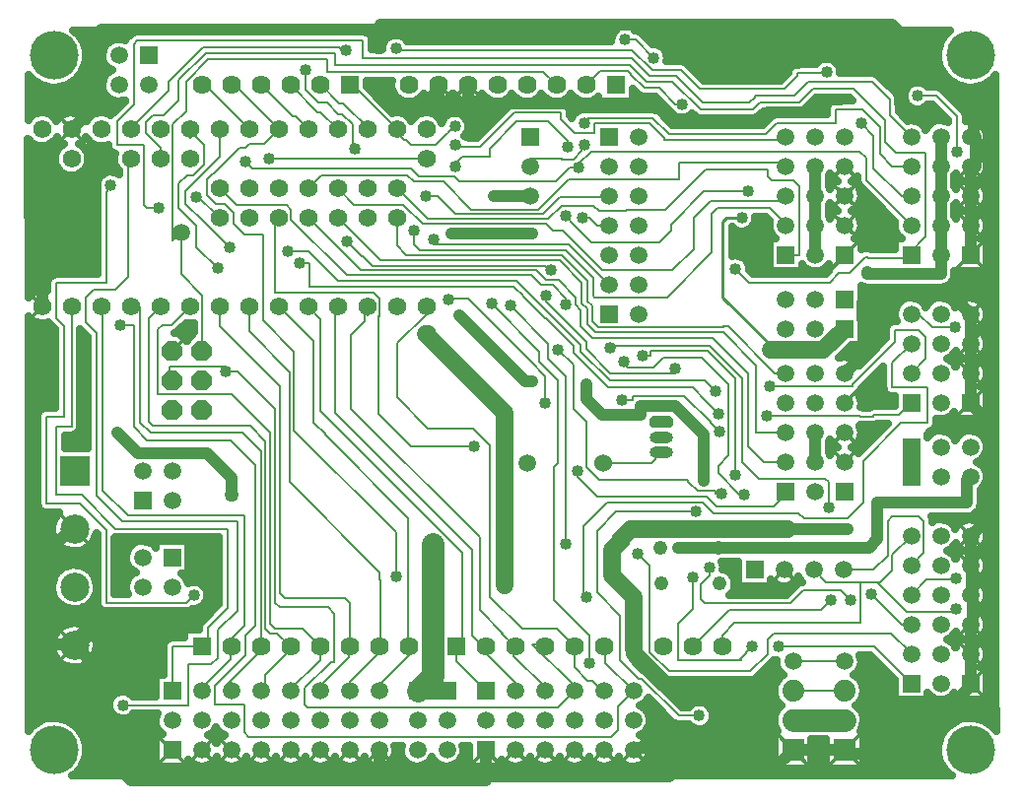
<source format=gbl>
G04 DipTrace Beta 2.3.5.2*
%INTeensyDuinoV001-wide.gbl*%
%MOIN*%
%ADD13C,0.04*%
%ADD15C,0.06*%
%ADD16C,0.01*%
%ADD17C,0.008*%
%ADD19C,0.055*%
%ADD20C,0.03*%
%ADD22C,0.075*%
%ADD23C,0.0591*%
%ADD24C,0.05*%
%ADD26C,0.025*%
%ADD27C,0.013*%
%ADD33R,0.0591X0.0591*%
%ADD34C,0.0591*%
%ADD37R,0.0984X0.0984*%
%ADD38C,0.0984*%
%ADD39R,0.0638X0.0638*%
%ADD40C,0.0638*%
%ADD42R,0.074X0.074*%
%ADD43C,0.074*%
%ADD46O,0.0787X0.0394*%
%ADD47C,0.0489*%
%ADD50C,0.0619*%
%ADD56C,0.165*%
%FSLAX44Y44*%
G04*
G70*
G90*
G75*
G01*
%LNBottom*%
%LPD*%
X35430Y26190D2*
D13*
Y25190D1*
Y24190D1*
Y23190D1*
Y22190D1*
X27420Y14540D2*
Y16110D1*
X26440Y17090D1*
X25282D1*
Y16780D1*
X23980D1*
X23440Y17320D1*
Y17830D1*
X27899Y12280D2*
X26540D1*
X19140Y20160D2*
X21390Y17910D1*
X21600D1*
X21610Y22910D2*
X18870D1*
X35430Y22190D2*
Y21540D1*
X32960D1*
Y21600D1*
X27899Y12280D2*
X33000D1*
X33290Y12570D1*
Y13800D1*
X36310D1*
Y14570D1*
X36430Y14690D1*
X11440Y14080D2*
Y14640D1*
X10610Y15470D1*
X8290D1*
X7580Y16180D1*
X21530Y24190D2*
X20310D1*
X34430Y22190D2*
D17*
X34300D1*
X34925Y22815D1*
Y25650D1*
X33905D1*
X33540Y26015D1*
Y26750D1*
X32470Y27820D1*
X31100D1*
X30630Y27350D1*
X29320D1*
X29080Y27110D1*
X27310D1*
X26360Y28060D1*
X25480D1*
X24910Y28630D1*
X14962D1*
Y29030D1*
X10580D1*
X9660Y28110D1*
Y27430D1*
X9150Y26920D1*
X8790D1*
X8540Y26670D1*
Y26310D1*
X9050Y25800D1*
Y25440D1*
X9030D1*
X34430Y22190D2*
Y22090D1*
X32970D1*
Y22120D1*
X32880D1*
X32330Y21570D1*
X31990D1*
X31670Y21250D1*
X28950D1*
X28490Y21710D1*
X23190Y25140D2*
Y25270D1*
X23610Y25690D1*
X32688D1*
X32913Y25465D1*
Y24707D1*
X34430Y23190D1*
X24200D2*
X23810D1*
X23550Y23450D1*
X23310D1*
X23190Y25140D2*
X22870D1*
X22420Y24690D1*
X19150D1*
X18980Y24860D1*
X17780D1*
X17520Y25120D1*
X12130D1*
X11900Y25350D1*
X34430Y24190D2*
X34100D1*
X33160Y25130D1*
Y26220D1*
X32730Y26650D1*
X31570Y28370D2*
X31540Y28340D1*
X30572D1*
Y28232D1*
X30140Y27800D1*
X27290D1*
X26650Y28440D1*
X25680D1*
X24990Y29130D1*
X16970D1*
X17010Y29170D1*
X13930Y28440D2*
Y27780D1*
X14370Y27340D1*
X14680D1*
X15060Y26960D1*
X15190D1*
X15530Y26620D1*
Y25660D1*
X15750D1*
X15620Y25790D1*
X10240Y24160D2*
Y24230D1*
X11030Y23440D1*
X23370Y26650D2*
Y26700D1*
X23500Y26830D1*
X25690D1*
X26230Y26290D1*
X29520D1*
X29880Y26650D1*
X31882D1*
Y27120D1*
X32770D1*
X33380Y26510D1*
Y25600D1*
X33790Y25190D1*
X34430D1*
X22740Y20510D2*
Y20730D1*
X22300Y21170D1*
X21900D1*
X21570Y21500D1*
X15330D1*
X13460Y23370D1*
Y23710D1*
X13300Y23870D1*
X11600D1*
X11030Y24440D1*
X12700Y25440D2*
X18030D1*
X8990Y23780D2*
X8580D1*
X8480Y23880D1*
Y25800D1*
X8490Y25810D1*
Y25910D1*
X7570D1*
Y26710D1*
X8130Y27270D1*
Y29330D1*
X8250Y29450D1*
X15889D1*
Y28850D1*
X24980D1*
X25570Y28260D1*
X26470D1*
X27380Y27350D1*
X28960D1*
X29134Y27524D1*
Y27590D1*
X30490D1*
X30940Y28040D1*
X33120D1*
X33700Y27460D1*
Y26920D1*
X34430Y26190D1*
X15030Y24440D2*
X15580Y23890D1*
X17250D1*
X17900Y23240D1*
X22070D1*
X22300Y23010D1*
X22650D1*
X23990Y21670D1*
X26360D1*
X27080Y22390D1*
Y23450D1*
X27640Y24010D1*
X30360D1*
X30180Y24190D1*
X8030Y25440D2*
X7930Y25340D1*
Y21450D1*
X7497Y21017D1*
X6777D1*
X6510Y20750D1*
Y19906D1*
X6880Y19536D1*
Y14040D1*
X7750Y13170D1*
X11640D1*
Y10160D1*
X10980Y9500D1*
Y8560D1*
X10760Y8340D1*
X9970D1*
Y6960D1*
X7770D1*
X11430Y7440D2*
X11290D1*
Y7650D1*
X12580Y8940D1*
X12430D1*
Y15560D1*
X11820Y16170D1*
X8720D1*
X8360Y16530D1*
Y20440D1*
X8030D1*
X12430Y7440D2*
X12580D1*
Y7990D1*
X13530Y8940D1*
X13430D1*
X12991Y9379D1*
X12750D1*
X12590Y9539D1*
Y15890D1*
X12070Y16410D1*
X8770D1*
X8640Y16540D1*
Y20050D1*
X9030Y20440D1*
X10030D2*
X9420Y19830D1*
X9108D1*
X8948Y19670D1*
Y17470D1*
X11460D1*
X12750Y16180D1*
Y9699D1*
X12910Y9539D1*
X13831D1*
X14430Y8940D1*
X14530D1*
X14430Y8840D1*
Y8480D1*
X13390Y7440D1*
X13430D1*
X14430D2*
Y7600D1*
X15410Y8580D1*
Y8940D1*
X15430D1*
Y10430D1*
X15270Y10590D1*
X13240D1*
X13080Y10750D1*
Y17742D1*
X11030Y19792D1*
Y20440D1*
X15430Y7440D2*
Y7760D1*
X16600Y8930D1*
X16430D1*
Y8940D1*
X16480D1*
Y11180D1*
X16460Y11200D1*
Y11440D1*
X13400Y14500D1*
Y18229D1*
X12030Y19599D1*
Y20440D1*
X24200Y24190D2*
Y24150D1*
X23870D1*
X23860Y24140D1*
X22540D1*
X21970Y23570D1*
X19010D1*
X18400Y24180D1*
X18010D1*
X23150Y14890D2*
Y14680D1*
X23820Y14010D1*
X27520D1*
X27840Y13690D1*
X29790D1*
X30200Y14100D1*
Y14190D1*
X30180D1*
X19650Y15700D2*
X17520D1*
X16420Y16800D1*
Y20139D1*
X16460Y20099D1*
Y20710D1*
X16239Y20930D1*
X12920D1*
Y23440D1*
X13030D1*
X14030D2*
X15800Y21670D1*
X21750D1*
X22070Y21350D1*
X22500D1*
X23090Y20760D1*
Y20500D1*
X23260Y20330D1*
Y19770D1*
X23660Y19370D1*
X27720D1*
X28920Y18170D1*
Y15710D1*
X29440Y15190D1*
X30180D1*
Y25190D2*
Y25330D1*
X26596D1*
Y24760D1*
X22850D1*
X21820Y23730D1*
X19560D1*
X18610Y24680D1*
X17600D1*
X17390Y24890D1*
X14480D1*
X14030Y24440D1*
X19000Y25900D2*
X19090D1*
Y25850D1*
X19860D1*
X20210Y26200D1*
Y26210D1*
X21010Y27010D1*
X22590D1*
Y26780D1*
X23040Y26330D1*
X23720D1*
Y26660D1*
X25570D1*
X26095Y26135D1*
Y26090D1*
X30180D1*
Y26190D1*
X9430Y7440D2*
Y8940D1*
X10430D1*
X10650D1*
Y9590D1*
X11320Y10260D1*
Y12930D1*
X7520D1*
X6370Y14080D1*
X5510D1*
Y16390D1*
X6030D1*
Y20440D1*
X10430Y7440D2*
X10360D1*
X11420Y8500D1*
Y8770D1*
X11430D1*
Y8940D1*
X11180D1*
X11890Y9650D1*
Y13380D1*
X7930D1*
X7080Y14230D1*
Y20440D1*
X7030D1*
X22030Y7440D2*
Y7590D1*
X20990Y8630D1*
Y8940D1*
X21030D1*
X20591Y9379D1*
X20621D1*
X19830Y10170D1*
Y12650D1*
X15490Y16990D1*
Y19470D1*
X15960Y19940D1*
Y20207D1*
X16030Y20137D1*
Y20440D1*
X22030Y8940D2*
Y9030D1*
X21620D1*
X23030Y7620D1*
Y7440D1*
X11260Y18250D2*
Y18420D1*
X9340D1*
Y17860D1*
X9430Y17770D1*
Y17940D1*
X23030Y7440D2*
X22465Y6875D1*
X14015D1*
X13920Y6970D1*
Y7540D1*
X14800Y8420D1*
X14920D1*
Y10059D1*
X14709Y10270D1*
X13080D1*
X12920Y10430D1*
Y16980D1*
X11650Y18250D1*
X11260D1*
X18030Y20440D2*
Y20194D1*
X17040Y19204D1*
Y17370D1*
X18090Y16320D1*
X19600D1*
X20170Y15750D1*
Y15322D1*
X20190D1*
Y10630D1*
X21281Y9539D1*
X22431D1*
X23030Y8940D1*
Y8250D1*
X23490Y7790D1*
X23640D1*
X24030Y7400D1*
Y7440D1*
Y8940D2*
X24090Y9000D1*
Y8380D1*
X25030Y7440D1*
X24510Y6920D1*
Y6110D1*
X24290Y5890D1*
X23324D1*
X23309Y5875D1*
X12029D1*
X11869Y6035D1*
Y6992D1*
X10890D1*
Y7620D1*
X11910Y8640D1*
Y9330D1*
X12240Y9660D1*
Y15090D1*
X11400Y15930D1*
X8590D1*
X8150Y16370D1*
Y19820D1*
X7680D1*
X15430Y27940D2*
X15530D1*
X17030Y26440D1*
Y26320D1*
X17280Y26070D1*
X17330D1*
X17500Y25900D1*
X18350D1*
X18520Y26070D1*
Y26090D1*
X18730Y26300D1*
X18760D1*
X19000Y26540D1*
X20230Y20550D2*
X21850Y18930D1*
Y18570D1*
X22480Y17940D1*
Y15140D1*
X22340Y15000D1*
Y10520D1*
X23540Y9320D1*
Y8390D1*
X29930Y8950D2*
X33170D1*
X34430Y7690D1*
X14430Y27940D2*
Y27990D1*
X15089Y27331D1*
X15219D1*
X16110Y26440D1*
X16030D1*
X34430Y8690D2*
Y8710D1*
X33760Y9380D1*
X29770D1*
X29570Y9180D1*
Y8690D1*
X28980Y8100D1*
X26230D1*
X25580Y8750D1*
Y11690D1*
X25190Y12080D1*
X22740Y12430D2*
Y18090D1*
X22160Y18670D1*
Y19190D1*
X20880Y20470D1*
X13430Y27940D2*
X14340Y27030D1*
X14440D1*
X15030Y26440D1*
X25720Y28860D2*
X25110Y29470D1*
X24750D1*
X31640Y13640D2*
Y14505D1*
X31520Y14625D1*
X29275D1*
X28710Y15190D1*
Y18030D1*
X27620Y19120D1*
X24310D1*
X24240Y19050D1*
X33090Y10712D2*
X34112Y9690D1*
X34430D1*
X12430Y27940D2*
X13500Y26870D1*
X13600D1*
X14030Y26440D1*
X35940Y11250D2*
Y11210D1*
X34950D1*
X34430Y10690D1*
X31700Y10500D2*
X31380Y10180D1*
X28270D1*
X27030Y8940D1*
X13030Y26440D2*
X12550Y25960D1*
X12030D1*
X11900Y25830D1*
X11710D1*
X10830Y24950D1*
X10810D1*
X10600Y24740D1*
Y24230D1*
X10910Y23920D1*
X11210D1*
X11510Y23620D1*
Y23260D1*
X11876Y22894D1*
X12500D1*
Y22020D1*
X12510D1*
Y19965D1*
X13560Y18914D1*
Y16260D1*
X17000Y12820D1*
Y11300D1*
X32130Y11540D2*
X33150D1*
X33630Y12020D1*
Y13195D1*
X33790Y13355D1*
X34685D1*
X34845Y13195D1*
Y12105D1*
X34430Y11690D1*
X11430Y27940D2*
X11530D1*
X13030Y26440D1*
X35960Y10210D2*
Y10120D1*
X34280D1*
X33275Y11125D1*
X32710D1*
X31545D1*
X31130Y11540D1*
X33275Y11125D2*
X33385D1*
X33790Y11530D1*
Y12050D1*
X34430Y12690D1*
X28030Y8940D2*
Y9320D1*
X28460Y9750D1*
X32710D1*
Y11125D1*
X10430Y27940D2*
X10530D1*
X12030Y26440D1*
X11030D2*
Y25500D1*
X9870Y24340D1*
Y23930D1*
X10500Y23300D1*
Y23320D1*
X11380Y22440D1*
X13730Y21900D2*
X14076D1*
Y21110D1*
X20990D1*
X21300Y20800D1*
Y20790D1*
X22058Y20032D1*
X22068D1*
X23000Y19100D1*
Y18880D1*
X24170Y17710D1*
X27030D1*
X27520Y17220D1*
X27510D1*
X27910Y16820D1*
X29550Y16750D2*
X32710D1*
Y16730D1*
X33150D1*
Y16770D1*
X34010D1*
X34430Y17190D1*
X10030Y26440D2*
Y26150D1*
X10120Y26240D1*
X10170D1*
X10510Y25900D1*
Y25250D1*
X10130Y24870D1*
X9930D1*
X9660Y24600D1*
Y23790D1*
X10260Y23190D1*
Y22460D1*
X10970Y21750D1*
X13340Y22300D2*
X14050D1*
X15040Y21310D1*
X21070D1*
X23240Y19140D1*
Y18930D1*
X24230Y17940D1*
X26910D1*
X26896Y17954D1*
X27436D1*
X27800Y17590D1*
X29630Y17750D2*
X32460D1*
Y17810D1*
X33890Y19240D1*
Y19660D1*
X34670D1*
X34920Y19410D1*
Y18680D1*
X34430Y18190D1*
X10170Y10670D2*
Y10690D1*
X9910Y10430D1*
X7200D1*
Y12880D1*
X6308Y13772D1*
X5180D1*
Y16720D1*
X5770D1*
Y19790D1*
X5520Y20040D1*
Y21240D1*
X7210D1*
Y24320D1*
X7360Y24470D1*
Y24550D1*
X23450Y10600D2*
X23330D1*
Y13020D1*
X24140Y13830D1*
X27390D1*
X27760Y13460D1*
X30620D1*
X30810Y13270D1*
X32270D1*
X32810Y13810D1*
Y15230D1*
X34080Y16500D1*
X34980D1*
Y17720D1*
X33780D1*
Y18540D1*
X34430Y19190D1*
X15320Y29130D2*
Y29040D1*
X15260D1*
X15070Y29230D1*
X10470D1*
X9300Y28060D1*
Y27740D1*
X7980Y26420D1*
Y26390D1*
X8030Y26440D1*
X35970Y25680D2*
Y26880D1*
X35280Y27570D1*
X34650D1*
X35920Y19750D2*
X35130D1*
X34690Y20190D1*
X34430D1*
X30180Y16190D2*
X29180D1*
Y18460D1*
X28070Y19570D1*
X23750D1*
X23470Y19850D1*
Y20380D1*
X23290Y20560D1*
Y21250D1*
X22540Y22000D1*
X16470D1*
X15030Y23440D1*
X22040Y17180D2*
Y18090D1*
X21530Y18600D1*
Y18630D1*
X19450Y20710D1*
X18770D1*
Y20680D1*
X24660Y17290D2*
X25024D1*
Y17430D1*
X26760D1*
X27685Y16505D1*
X27635D1*
X27940Y16200D1*
X17030Y23440D2*
Y22500D1*
X17350Y22180D1*
X22610D1*
X23490Y21300D1*
Y20630D1*
X23650Y20470D1*
Y19940D1*
X23830Y19760D1*
X28070D1*
X28050Y19780D1*
X28230D1*
X29820Y18190D1*
X30180D1*
Y22190D2*
X30650D1*
Y24510D1*
X30450Y24710D1*
X29720D1*
X29596Y24834D1*
Y25080D1*
X27490D1*
X26110Y23700D1*
X24766D1*
Y23680D1*
X23870D1*
X23690Y23860D1*
X22610D1*
X22160Y23410D1*
X18070D1*
X17040Y24440D1*
X17030D1*
X17610Y23000D2*
Y22540D1*
X17800Y22350D1*
X22750D1*
X23680Y21420D1*
Y20800D1*
X23720Y20760D1*
X26170D1*
X27680Y22270D1*
Y23590D1*
X27870Y23780D1*
X29640D1*
X30180Y23240D1*
Y23190D1*
X17430Y8940D2*
X17370D1*
X17420Y8990D1*
Y13290D1*
X14610Y16100D1*
X14630D1*
X14200Y16530D1*
Y19270D1*
X13030Y20440D1*
X22240Y21680D2*
X22200D1*
X22050Y21830D1*
X16220D1*
X15890Y22160D1*
X15830D1*
X15330Y22660D1*
X17430Y8940D2*
Y8640D1*
X16230Y7440D1*
X16430D1*
X14030Y20440D2*
X14460Y20010D1*
Y18506D1*
X14450D1*
Y16920D1*
X19260Y12110D1*
Y8710D1*
X19030Y8940D1*
X18270Y22720D2*
Y22550D1*
X22840D1*
X24200Y21190D1*
X19030Y8940D2*
Y8450D1*
X20040Y7440D1*
X20030D1*
X21030D2*
Y7710D1*
X19800Y8940D1*
X20030D1*
X19950D1*
X19580Y9310D1*
Y12220D1*
X14960Y16840D1*
Y20440D1*
X15030D1*
X16430Y5440D2*
D13*
Y4430D1*
X20030D1*
Y4547D1*
Y5440D1*
X5030Y20440D2*
Y25230D1*
X5140Y25340D1*
X25030Y8940D2*
Y8720D1*
D19*
X26080Y7670D1*
D13*
X28350D1*
Y4770D1*
X26458D1*
Y5510D1*
X25030D1*
Y5440D1*
X28350Y4770D2*
X29760D1*
X30430Y5440D1*
X30240Y12920D2*
X32290D1*
X6370Y18729D2*
D16*
Y16848D1*
X6420Y16798D1*
X18430Y27940D2*
D13*
Y27710D1*
X17980Y27260D1*
X17140D1*
X16390Y28010D1*
Y29180D2*
X16480D1*
Y29810D1*
X7060D1*
X6570Y29320D1*
Y26980D1*
X6030Y26440D1*
X29060Y23010D2*
D16*
Y22270D1*
X29600Y21730D1*
X31720D1*
X32180Y22190D1*
X18430Y27710D2*
D13*
Y27330D1*
X19430D1*
X19640D1*
X25760D1*
X26430Y26660D1*
X29210D1*
X29570Y27020D1*
X31454D1*
Y27460D1*
X32060D1*
X19640Y27330D2*
D20*
Y26200D1*
X30430Y5440D2*
D13*
X32180D1*
X36430Y26190D2*
X36610D1*
Y25190D1*
X36430D1*
Y24190D1*
Y23190D1*
Y22190D1*
Y20190D2*
Y19190D1*
Y18190D1*
Y17190D1*
Y17140D1*
X37090Y16480D1*
Y13350D1*
X36430Y12690D1*
Y11690D1*
X36490D1*
Y10690D1*
X36430D1*
X36520D1*
Y9690D1*
X36430D1*
Y8690D1*
Y7690D1*
X32180Y18190D2*
X33240Y19250D1*
Y20220D1*
X33320Y20300D1*
Y20960D1*
X35660D1*
X36430Y20190D1*
X18090Y19531D2*
D15*
X17999D1*
X20680Y16850D1*
Y11020D1*
X24670Y10990D2*
X25030Y10630D1*
Y8940D1*
X36430Y7690D2*
D13*
Y7600D1*
X35080Y6250D1*
Y5930D1*
X34470Y5320D1*
X32300D1*
X32180Y5440D1*
X16480Y29810D2*
Y29970D1*
X28469D1*
X33790D1*
X36100Y27660D1*
Y27300D1*
X36550Y26850D1*
Y26310D1*
X36430Y26190D1*
X28469Y28180D2*
Y29970D1*
X16430Y4430D2*
X8040D1*
X7560Y4910D1*
Y5750D1*
X6580Y6730D1*
Y8537D1*
X6130Y8987D1*
Y12924D2*
X6004D1*
X4850Y11770D1*
Y9030D1*
X6087D1*
X6130Y8987D1*
X10430Y12450D2*
D15*
Y11550D1*
X10790Y11190D1*
Y10370D1*
X10230Y9810D1*
X6953D1*
X6130Y8987D1*
X20030Y4547D2*
D13*
X26235D1*
X26458Y4770D1*
X30240Y12920D2*
D15*
X24960D1*
X24580Y12540D1*
X24650D1*
X24310Y12200D1*
Y11350D1*
X24670Y10990D1*
X19430Y27940D2*
D13*
Y27330D1*
X21530Y25190D2*
D17*
Y25440D1*
X22640D1*
X22610Y25410D1*
X23000D1*
X23290Y25700D1*
Y25830D1*
X23370Y25910D1*
X26670Y27290D2*
X26450D1*
X25900Y27840D1*
X25410D1*
X24960Y28290D1*
Y28300D1*
X24830Y28430D1*
X23920D1*
X23430Y27940D1*
X30430Y8440D2*
X32180D1*
X24720Y18590D2*
Y18520D1*
X24850Y18390D1*
X25710D1*
X26040Y18720D1*
X27340D1*
X28260Y17800D1*
Y15420D1*
X27900Y15060D1*
Y14810D1*
X28620Y14090D1*
X28770D1*
X27610Y11620D2*
Y11360D1*
X27300Y11050D1*
Y10560D1*
X27460Y10400D1*
X30340D1*
X30780Y10840D1*
X32050D1*
X32380Y10510D1*
X31180Y16190D2*
D13*
Y15190D1*
Y25190D2*
Y24190D1*
Y23190D1*
Y22190D1*
X30430Y7440D2*
D17*
X32180D1*
X25330Y18780D2*
X25608D1*
Y18950D1*
X27530D1*
X28470Y18010D1*
Y14740D1*
X27050Y11270D2*
Y10220D1*
X26530Y9700D1*
Y8520D1*
X26560Y8490D1*
X28670D1*
X28640Y8520D1*
X28850Y8730D1*
Y8750D1*
X29050Y8950D1*
X19020Y25190D2*
X18975Y25235D1*
X19240Y25500D1*
X20164D1*
Y25794D1*
X21080Y26710D1*
X22160D1*
X22810Y26060D1*
Y25840D1*
X22090Y20830D2*
Y20610D1*
X23440Y19260D1*
Y19010D1*
X24260Y18190D1*
X26430D1*
Y18350D1*
X28920Y24340D2*
X27410D1*
X26300Y23230D1*
Y23000D1*
X25920Y22620D1*
X23600D1*
X22997Y23223D1*
X23007D1*
X22730Y23500D1*
X24010Y15140D2*
X25630D1*
X25990Y15500D1*
X9730Y22950D2*
X9450Y22670D1*
Y24690D1*
X9460Y24680D1*
Y26600D1*
X9910Y27050D1*
Y28060D1*
X10650Y28800D1*
X14686D1*
Y28390D1*
X21980D1*
X22430Y27940D1*
X10430Y18940D2*
X10460D1*
Y20810D1*
X9730Y21540D1*
Y22950D1*
X27260Y6600D2*
X26570D1*
X25310Y7860D1*
X25220D1*
X24590Y8490D1*
Y9990D1*
X23800Y10780D1*
Y12860D1*
X24450Y13510D1*
X27160D1*
X28000Y14110D2*
X27810D1*
Y14200D1*
X27210D1*
X26895Y14515D1*
Y14590D1*
X23880D1*
X23450Y15020D1*
Y16540D1*
X23000Y16990D1*
Y18470D1*
X22480Y18990D1*
X30430Y6440D2*
D22*
X32180D1*
Y19690D2*
D15*
X31460Y18970D1*
X29690D1*
D16*
X29847D1*
X28060Y20757D1*
Y23330D1*
X28170Y23440D1*
X28700D1*
X34430Y14690D2*
D15*
Y15690D1*
X17730Y7440D2*
D23*
X18730D1*
X18240Y12400D2*
D22*
Y7950D1*
X17730Y7440D1*
D13*
X7580Y16180D3*
X20310Y24190D3*
X28490Y21710D3*
X11900Y25350D3*
X32730Y26650D3*
X31570Y28370D3*
X17010Y29170D3*
X13930Y28440D3*
X15620Y25790D3*
X10240Y24160D3*
X7770Y6960D3*
X18010Y24180D3*
X19000Y26540D3*
X20230Y20550D3*
X23540Y8390D3*
X29930Y8950D3*
X25190Y12080D3*
X22740Y12430D3*
X20880Y20470D3*
X11380Y22440D3*
X13730Y21900D3*
X27910Y16820D3*
X29550Y16750D3*
X10970Y21750D3*
X13340Y22300D3*
X27800Y17590D3*
X29630Y17750D3*
X24660Y17290D3*
X27940Y16200D3*
X22240Y21680D3*
X15330Y22660D3*
X5140Y25340D3*
X30240Y12920D3*
X32290D3*
X6420Y16798D3*
X16390Y28010D3*
Y29180D3*
X32060Y27460D3*
X19640Y26200D3*
X20680Y11020D3*
D24*
X24670Y10990D3*
D13*
X18090Y19531D3*
X28469Y28180D3*
X20680Y16850D3*
X10430Y12450D3*
X30240Y12920D3*
D24*
X24670Y10990D3*
D13*
X23370Y25910D3*
X26670Y27290D3*
X24720Y18590D3*
X28770Y14090D3*
X27610Y11620D3*
X32380Y10510D3*
X25330Y18780D3*
X28470Y14740D3*
X27050Y11270D3*
X29050Y8950D3*
X22090Y20830D3*
X26430Y18350D3*
X28920Y24340D3*
X22730Y23500D3*
X27260Y6600D3*
X27160Y13510D3*
X28000Y14110D3*
X22480Y18990D3*
D24*
X18240Y12400D3*
X29690Y18970D3*
D56*
X36430Y5440D3*
X5430D3*
Y28940D3*
X36430D3*
D13*
X29060Y23010D3*
X6370Y18729D3*
X32960Y21600D3*
D24*
X11440Y14080D3*
D13*
X23150Y14890D3*
X19650Y15700D3*
X19000Y25900D3*
X11260Y18250D3*
X7680Y19820D3*
X23440Y17830D3*
X27420Y14540D3*
X26540Y12280D3*
X21600Y17910D3*
X19140Y20160D3*
X23190Y25140D3*
X18870Y22910D3*
X23310Y23450D3*
X17610Y23000D3*
X21610Y22910D3*
X22740Y20510D3*
X23370Y26650D3*
X18270Y22720D3*
X8990Y23780D3*
X12700Y25440D3*
X22810Y25840D3*
X19020Y25190D3*
X28700Y23440D3*
X24750Y29470D3*
X25720Y28860D3*
X24240Y19050D3*
X31640Y13640D3*
X33090Y10712D3*
X35940Y11250D3*
X17000Y11300D3*
X31700Y10500D3*
X35960Y10210D3*
X7360Y24550D3*
X10170Y10670D3*
X23450Y10600D3*
X15320Y29130D3*
X34650Y27570D3*
X35970Y25680D3*
X35920Y19750D3*
X18770Y20680D3*
X22040Y17180D3*
X6350Y29546D2*
D26*
X7905D1*
X16194D2*
X16729D1*
X17291D2*
X24276D1*
X25475D2*
X35511D1*
X6475Y29298D2*
X7186D1*
X16209D2*
X16550D1*
X25869D2*
X35386D1*
X6529Y29049D2*
X7065D1*
X26158D2*
X35331D1*
X6526Y28800D2*
X7073D1*
X26197D2*
X31397D1*
X31744D2*
X35335D1*
X6463Y28552D2*
X7214D1*
X26979D2*
X30343D1*
X32014D2*
X35397D1*
X6326Y28303D2*
X7190D1*
X27229D2*
X30202D1*
X33279D2*
X35534D1*
X4592Y28054D2*
X4786D1*
X6072D2*
X7065D1*
X16029D2*
X16843D1*
X33549D2*
X35788D1*
X37072D2*
X37269D1*
X4592Y27805D2*
X7073D1*
X16108D2*
X16847D1*
X33795D2*
X34237D1*
X35483D2*
X37269D1*
X4592Y27557D2*
X7210D1*
X16354D2*
X16979D1*
X25029D2*
X25304D1*
X34002D2*
X34171D1*
X35736D2*
X37269D1*
X4592Y27308D2*
X7726D1*
X16604D2*
X25991D1*
X31029D2*
X31632D1*
X34022D2*
X34253D1*
X35983D2*
X37269D1*
X4592Y27059D2*
X7476D1*
X16854D2*
X20616D1*
X22904D2*
X23147D1*
X25901D2*
X26241D1*
X30705D2*
X31561D1*
X34022D2*
X35347D1*
X36229D2*
X37269D1*
X18483Y26811D2*
X18611D1*
X19389D2*
X20370D1*
X26151D2*
X29601D1*
X34252D2*
X35597D1*
X36291D2*
X37269D1*
X19479Y26562D2*
X20120D1*
X34861D2*
X35001D1*
X36861D2*
X37269D1*
X19420Y26313D2*
X19882D1*
X36990D2*
X37269D1*
X36990Y26065D2*
X37269D1*
X4592Y25816D2*
X5585D1*
X6475D2*
X7265D1*
X36858D2*
X37269D1*
X4592Y25567D2*
X5456D1*
X6604D2*
X7456D1*
X36854D2*
X37269D1*
X4592Y25319D2*
X5452D1*
X6608D2*
X7452D1*
X36990D2*
X37269D1*
X4592Y25070D2*
X5577D1*
X6483D2*
X7577D1*
X36990D2*
X37269D1*
X4592Y24821D2*
X6972D1*
X36861D2*
X37269D1*
X4592Y24573D2*
X6882D1*
X36850D2*
X37269D1*
X4592Y24324D2*
X6890D1*
X36990D2*
X37269D1*
X4592Y24075D2*
X6890D1*
X32744D2*
X33104D1*
X36994D2*
X37269D1*
X4592Y23826D2*
X6890D1*
X32619D2*
X33351D1*
X36869D2*
X37269D1*
X4592Y23578D2*
X6890D1*
X32596D2*
X33601D1*
X36846D2*
X37269D1*
X4592Y23329D2*
X6890D1*
X29166D2*
X29624D1*
X32736D2*
X33851D1*
X36986D2*
X37269D1*
X4592Y23080D2*
X6890D1*
X29002D2*
X29616D1*
X32744D2*
X33866D1*
X36994D2*
X37269D1*
X4592Y22832D2*
X6890D1*
X28389D2*
X29737D1*
X32623D2*
X33987D1*
X36873D2*
X37269D1*
X4592Y22583D2*
X6890D1*
X28389D2*
X29604D1*
X32756D2*
X33854D1*
X37006D2*
X37269D1*
X4592Y22334D2*
X6890D1*
X28389D2*
X29604D1*
X37006D2*
X37269D1*
X4592Y22086D2*
X6890D1*
X28772D2*
X29604D1*
X37006D2*
X37269D1*
X4592Y21837D2*
X6890D1*
X28951D2*
X29604D1*
X37006D2*
X37269D1*
X4592Y21588D2*
X6890D1*
X29053D2*
X31565D1*
X35908D2*
X37269D1*
X4592Y21340D2*
X5218D1*
X35861D2*
X37269D1*
X4592Y21091D2*
X5198D1*
X35526D2*
X37269D1*
X32756Y20842D2*
X37269D1*
X32756Y20594D2*
X34030D1*
X34830D2*
X35030D1*
X35830D2*
X36030D1*
X36830D2*
X37269D1*
X32756Y20345D2*
X33878D1*
X36983D2*
X37269D1*
X32756Y20096D2*
X33862D1*
X36998D2*
X37269D1*
X4592Y19847D2*
X5272D1*
X9881D2*
X10140D1*
X32756D2*
X33636D1*
X36885D2*
X37269D1*
X4592Y19599D2*
X5448D1*
X9627D2*
X10140D1*
X32756D2*
X33569D1*
X36822D2*
X37269D1*
X4592Y19350D2*
X5448D1*
X6350D2*
X6561D1*
X32756D2*
X33558D1*
X36983D2*
X37269D1*
X4592Y19101D2*
X5448D1*
X6350D2*
X6561D1*
X32401D2*
X33308D1*
X36998D2*
X37269D1*
X4592Y18853D2*
X5448D1*
X6350D2*
X6561D1*
X32151D2*
X33061D1*
X36889D2*
X37269D1*
X4592Y18604D2*
X5448D1*
X6350D2*
X6561D1*
X32569D2*
X32811D1*
X35819D2*
X36042D1*
X36819D2*
X37269D1*
X4592Y18355D2*
X5448D1*
X6350D2*
X6561D1*
X36979D2*
X37269D1*
X4592Y18107D2*
X5448D1*
X6350D2*
X6561D1*
X33197D2*
X33460D1*
X36998D2*
X37269D1*
X4592Y17858D2*
X5448D1*
X6350D2*
X6561D1*
X32951D2*
X33460D1*
X36893D2*
X37269D1*
X4592Y17609D2*
X5448D1*
X6350D2*
X6561D1*
X32744D2*
X33483D1*
X37006D2*
X37269D1*
X4592Y17361D2*
X5448D1*
X6350D2*
X6561D1*
X32729D2*
X33854D1*
X37006D2*
X37269D1*
X4592Y17112D2*
X5448D1*
X6350D2*
X6561D1*
X32748D2*
X33854D1*
X37006D2*
X37269D1*
X4592Y16863D2*
X4897D1*
X6350D2*
X6561D1*
X37006D2*
X37269D1*
X4592Y16615D2*
X4858D1*
X6350D2*
X6561D1*
X35299D2*
X37269D1*
X4592Y16366D2*
X4858D1*
X6350D2*
X6561D1*
X32725D2*
X33503D1*
X35268D2*
X37269D1*
X4592Y16117D2*
X4858D1*
X6166D2*
X6561D1*
X32752D2*
X33257D1*
X35803D2*
X36058D1*
X36803D2*
X37269D1*
X4592Y15868D2*
X4858D1*
X5830D2*
X6561D1*
X32651D2*
X33007D1*
X36975D2*
X37269D1*
X4592Y15620D2*
X4858D1*
X31658D2*
X31811D1*
X32549D2*
X32757D1*
X37002D2*
X37269D1*
X4592Y15371D2*
X4858D1*
X36904D2*
X37269D1*
X4592Y15122D2*
X4858D1*
X36795D2*
X37269D1*
X4592Y14874D2*
X4858D1*
X36975D2*
X37269D1*
X4592Y14625D2*
X4858D1*
X37002D2*
X37269D1*
X4592Y14376D2*
X4858D1*
X36908D2*
X37269D1*
X4592Y14128D2*
X4858D1*
X36791D2*
X37269D1*
X4592Y13879D2*
X4858D1*
X36791D2*
X37269D1*
X4592Y13630D2*
X4897D1*
X36756D2*
X37269D1*
X4592Y13382D2*
X5515D1*
X36514D2*
X37269D1*
X4592Y13133D2*
X5390D1*
X35779D2*
X36077D1*
X36779D2*
X37269D1*
X4592Y12884D2*
X5358D1*
X36971D2*
X37269D1*
X4592Y12636D2*
X5417D1*
X37002D2*
X37269D1*
X4592Y12387D2*
X5585D1*
X6674D2*
X6882D1*
X7522D2*
X8058D1*
X10006D2*
X10999D1*
X36912D2*
X37269D1*
X4592Y12138D2*
X6882D1*
X7522D2*
X7886D1*
X10006D2*
X10999D1*
X35776D2*
X36085D1*
X36776D2*
X37269D1*
X4592Y11889D2*
X6882D1*
X7522D2*
X7858D1*
X10006D2*
X10999D1*
X36967D2*
X37269D1*
X4592Y11641D2*
X5808D1*
X6451D2*
X6882D1*
X7522D2*
X7956D1*
X10006D2*
X10999D1*
X28088D2*
X28554D1*
X37002D2*
X37269D1*
X4592Y11392D2*
X5499D1*
X7522D2*
X8065D1*
X9795D2*
X10999D1*
X28365D2*
X28554D1*
X36916D2*
X37269D1*
X4592Y11143D2*
X5382D1*
X7522D2*
X7886D1*
X9975D2*
X10999D1*
X30537D2*
X30726D1*
X36768D2*
X37269D1*
X4592Y10895D2*
X5362D1*
X7522D2*
X7858D1*
X10592D2*
X10999D1*
X28451D2*
X30394D1*
X36967D2*
X37269D1*
X4592Y10646D2*
X5425D1*
X10651D2*
X10999D1*
X37002D2*
X37269D1*
X4592Y10397D2*
X5608D1*
X6651D2*
X6882D1*
X10561D2*
X10999D1*
X36920D2*
X37269D1*
X4592Y10149D2*
X7085D1*
X10022D2*
X10769D1*
X36760D2*
X37269D1*
X4592Y9900D2*
X10519D1*
X36963D2*
X37269D1*
X4592Y9651D2*
X5765D1*
X6498D2*
X10335D1*
X37002D2*
X37269D1*
X4592Y9403D2*
X5483D1*
X6776D2*
X9831D1*
X36924D2*
X37269D1*
X4592Y9154D2*
X5378D1*
X6885D2*
X9202D1*
X35752D2*
X36108D1*
X36752D2*
X37269D1*
X4592Y8905D2*
X5362D1*
X6897D2*
X9108D1*
X36963D2*
X37269D1*
X4592Y8657D2*
X5436D1*
X6826D2*
X9108D1*
X37006D2*
X37269D1*
X4592Y8408D2*
X5632D1*
X6627D2*
X9108D1*
X25268D2*
X25479D1*
X32756D2*
X33269D1*
X36928D2*
X37269D1*
X4592Y8159D2*
X9108D1*
X25361D2*
X25729D1*
X29483D2*
X29933D1*
X32678D2*
X33519D1*
X37006D2*
X37269D1*
X4592Y7910D2*
X8854D1*
X25701D2*
X25979D1*
X29233D2*
X29995D1*
X32615D2*
X33769D1*
X37006D2*
X37269D1*
X4592Y7662D2*
X8854D1*
X25951D2*
X29819D1*
X32787D2*
X33854D1*
X37006D2*
X37269D1*
X4592Y7413D2*
X8854D1*
X26197D2*
X29780D1*
X32830D2*
X33854D1*
X37006D2*
X37269D1*
X4592Y7164D2*
X7339D1*
X26447D2*
X29843D1*
X32768D2*
X33854D1*
X35006D2*
X35241D1*
X35619D2*
X35854D1*
X37006D2*
X37269D1*
X4592Y6916D2*
X7292D1*
X25330D2*
X25811D1*
X26697D2*
X26909D1*
X27611D2*
X29991D1*
X32619D2*
X37269D1*
X4592Y6667D2*
X7397D1*
X25557D2*
X26061D1*
X27736D2*
X29819D1*
X32791D2*
X37269D1*
X4592Y6418D2*
X4948D1*
X5912D2*
X8854D1*
X25604D2*
X26311D1*
X27701D2*
X29776D1*
X32834D2*
X35948D1*
X36912D2*
X37269D1*
X6252Y6170D2*
X8925D1*
X25533D2*
X27089D1*
X27432D2*
X29835D1*
X32776D2*
X35608D1*
X6420Y5921D2*
X8854D1*
X10721D2*
X11140D1*
X25322D2*
X29780D1*
X32830D2*
X35436D1*
X6510Y5672D2*
X8854D1*
X25553D2*
X29780D1*
X31080D2*
X31530D1*
X32830D2*
X35351D1*
X6533Y5424D2*
X8854D1*
X17006D2*
X17155D1*
X19307D2*
X19456D1*
X25604D2*
X29780D1*
X31080D2*
X31530D1*
X32830D2*
X35327D1*
X6502Y5175D2*
X8854D1*
X16936D2*
X17222D1*
X19236D2*
X19456D1*
X25537D2*
X29780D1*
X31080D2*
X31530D1*
X32830D2*
X35358D1*
X6404Y4926D2*
X8854D1*
X10006D2*
X10210D1*
X10651D2*
X11210D1*
X11651D2*
X12210D1*
X12651D2*
X13210D1*
X13651D2*
X14210D1*
X14651D2*
X15210D1*
X15651D2*
X16210D1*
X16651D2*
X17507D1*
X17951D2*
X18507D1*
X18951D2*
X19456D1*
X20604D2*
X20808D1*
X21252D2*
X21808D1*
X22252D2*
X22808D1*
X23252D2*
X23808D1*
X24252D2*
X24808D1*
X25252D2*
X29780D1*
X31080D2*
X31530D1*
X32830D2*
X35456D1*
X6221Y4678D2*
X35640D1*
X36746Y8240D2*
X36980D1*
Y7140D1*
X35880D1*
Y7373D1*
X35768Y7256D1*
X35662Y7191D1*
X35544Y7152D1*
X35419Y7140D1*
X35296Y7156D1*
X35179Y7200D1*
X35075Y7269D1*
X34980Y7377D1*
Y7140D1*
X33880D1*
Y7823D1*
X33045Y8655D1*
X32690D1*
X32724Y8522D1*
X32730Y8440D1*
X32716Y8316D1*
X32674Y8199D1*
X32607Y8093D1*
X32518Y8006D1*
X32482Y7984D1*
X32577Y7923D1*
X32665Y7835D1*
X32733Y7730D1*
X32780Y7615D1*
X32805Y7440D1*
X32793Y7316D1*
X32756Y7197D1*
X32696Y7087D1*
X32615Y6992D1*
X32557Y6946D1*
X32629Y6882D1*
X32707Y6785D1*
X32765Y6674D1*
X32800Y6554D1*
X32810Y6430D1*
X32796Y6306D1*
X32757Y6187D1*
X32699Y6084D1*
X32705Y6065D1*
X32805D1*
Y4815D1*
X31555D1*
Y5810D1*
X31051D1*
X31055Y5665D1*
Y4815D1*
X29805D1*
Y6065D1*
X29925D1*
X29845Y6206D1*
X29810Y6326D1*
X29800Y6450D1*
X29814Y6574D1*
X29853Y6693D1*
X29914Y6802D1*
X29996Y6896D1*
X30054Y6942D1*
X29969Y7018D1*
X29894Y7118D1*
X29841Y7231D1*
X29811Y7352D1*
X29806Y7476D1*
X29826Y7600D1*
X29870Y7717D1*
X29936Y7822D1*
X30021Y7913D1*
X30120Y7982D1*
X29990Y8110D1*
X29927Y8218D1*
X29889Y8337D1*
X29885Y8496D1*
X29779Y8481D1*
X29189Y7891D1*
X29081Y7824D1*
X28980Y7805D1*
X26230D1*
X26106Y7833D1*
X26021Y7891D1*
X25405Y8507D1*
X25318Y8443D1*
X25204Y8393D1*
X25122Y8374D1*
X25343Y8154D1*
X25479Y8102D1*
X25695Y7892D1*
X26695Y6895D1*
X26918D1*
X27006Y6978D1*
X27118Y7032D1*
X27241Y7055D1*
X27365Y7043D1*
X27481Y6998D1*
X27581Y6923D1*
X27656Y6824D1*
X27702Y6708D1*
X27715Y6600D1*
X27698Y6477D1*
X27648Y6362D1*
X27569Y6266D1*
X27467Y6195D1*
X27349Y6154D1*
X27225Y6146D1*
X27103Y6173D1*
X26993Y6232D1*
X26917Y6304D1*
X26570Y6305D1*
X26446Y6333D1*
X26361Y6391D1*
X25536Y7217D1*
X25457Y7093D1*
X25368Y7006D1*
X25258Y6940D1*
X25401Y6847D1*
X25483Y6753D1*
X25542Y6643D1*
X25574Y6522D1*
X25580Y6440D1*
X25566Y6316D1*
X25524Y6199D1*
X25457Y6093D1*
X25368Y6006D1*
X25258Y5940D1*
X25342Y5893D1*
X25436Y5811D1*
X25509Y5710D1*
X25558Y5595D1*
X25579Y5472D1*
X25575Y5365D1*
X25544Y5244D1*
X25487Y5134D1*
X25406Y5039D1*
X25306Y4964D1*
X25192Y4914D1*
X25069Y4891D1*
X24945Y4896D1*
X24824Y4930D1*
X24715Y4989D1*
X24621Y5072D1*
X24549Y5173D1*
X24530Y5210D1*
X24473Y5113D1*
X24388Y5022D1*
X24284Y4952D1*
X24168Y4907D1*
X24044Y4890D1*
X23920Y4901D1*
X23802Y4939D1*
X23695Y5004D1*
X23605Y5090D1*
X23537Y5195D1*
X23530Y5210D1*
X23473Y5113D1*
X23388Y5022D1*
X23284Y4952D1*
X23168Y4907D1*
X23044Y4890D1*
X22920Y4901D1*
X22802Y4939D1*
X22695Y5004D1*
X22605Y5090D1*
X22537Y5195D1*
X22530Y5210D1*
X22473Y5113D1*
X22388Y5022D1*
X22284Y4952D1*
X22168Y4907D1*
X22044Y4890D1*
X21920Y4901D1*
X21802Y4939D1*
X21695Y5004D1*
X21605Y5090D1*
X21537Y5195D1*
X21530Y5210D1*
X21473Y5113D1*
X21388Y5022D1*
X21284Y4952D1*
X21168Y4907D1*
X21044Y4890D1*
X20920Y4901D1*
X20802Y4939D1*
X20695Y5004D1*
X20605Y5090D1*
X20580Y5115D1*
Y4890D1*
X19480D1*
Y5581D1*
X19258Y5580D1*
X19274Y5522D1*
X19280Y5440D1*
X19266Y5316D1*
X19224Y5199D1*
X19157Y5093D1*
X19068Y5006D1*
X18962Y4941D1*
X18844Y4902D1*
X18719Y4890D1*
X18596Y4906D1*
X18479Y4950D1*
X18375Y5019D1*
X18290Y5110D1*
X18229Y5214D1*
X18157Y5093D1*
X18068Y5006D1*
X17962Y4941D1*
X17844Y4902D1*
X17719Y4890D1*
X17596Y4906D1*
X17479Y4950D1*
X17375Y5019D1*
X17290Y5110D1*
X17227Y5218D1*
X17189Y5337D1*
X17180Y5461D1*
X17198Y5581D1*
X16961Y5580D1*
X16979Y5472D1*
X16975Y5365D1*
X16944Y5244D1*
X16887Y5134D1*
X16806Y5039D1*
X16706Y4964D1*
X16592Y4914D1*
X16469Y4891D1*
X16345Y4896D1*
X16224Y4930D1*
X16115Y4989D1*
X16021Y5072D1*
X15949Y5173D1*
X15930Y5210D1*
X15873Y5113D1*
X15788Y5022D1*
X15684Y4952D1*
X15568Y4907D1*
X15444Y4890D1*
X15320Y4901D1*
X15202Y4939D1*
X15095Y5004D1*
X15005Y5090D1*
X14937Y5195D1*
X14930Y5210D1*
X14873Y5113D1*
X14788Y5022D1*
X14684Y4952D1*
X14568Y4907D1*
X14444Y4890D1*
X14320Y4901D1*
X14202Y4939D1*
X14095Y5004D1*
X14005Y5090D1*
X13937Y5195D1*
X13930Y5210D1*
X13873Y5113D1*
X13788Y5022D1*
X13684Y4952D1*
X13568Y4907D1*
X13444Y4890D1*
X13320Y4901D1*
X13202Y4939D1*
X13095Y5004D1*
X13005Y5090D1*
X12937Y5195D1*
X12930Y5210D1*
X12873Y5113D1*
X12788Y5022D1*
X12684Y4952D1*
X12568Y4907D1*
X12444Y4890D1*
X12320Y4901D1*
X12202Y4939D1*
X12095Y5004D1*
X12005Y5090D1*
X11937Y5195D1*
X11930Y5210D1*
X11873Y5113D1*
X11788Y5022D1*
X11684Y4952D1*
X11568Y4907D1*
X11444Y4890D1*
X11320Y4901D1*
X11202Y4939D1*
X11095Y5004D1*
X11005Y5090D1*
X10937Y5195D1*
X10930Y5210D1*
X10873Y5113D1*
X10788Y5022D1*
X10684Y4952D1*
X10568Y4907D1*
X10444Y4890D1*
X10320Y4901D1*
X10202Y4939D1*
X10095Y5004D1*
X10005Y5090D1*
X9980Y5115D1*
Y4890D1*
X8880D1*
Y5990D1*
X9113D1*
X8990Y6110D1*
X8927Y6218D1*
X8889Y6337D1*
X8880Y6461D1*
X8899Y6585D1*
X8932Y6668D1*
X8115Y6665D1*
X8079Y6626D1*
X7977Y6555D1*
X7859Y6514D1*
X7735Y6506D1*
X7613Y6533D1*
X7503Y6592D1*
X7413Y6678D1*
X7350Y6785D1*
X7318Y6906D1*
X7320Y7030D1*
X7356Y7150D1*
X7423Y7255D1*
X7516Y7338D1*
X7628Y7392D1*
X7751Y7415D1*
X7875Y7403D1*
X7991Y7358D1*
X8091Y7283D1*
X8112Y7255D1*
X8883D1*
X8880Y7640D1*
Y7990D1*
X9134D1*
X9135Y8940D1*
X9161Y9061D1*
X9235Y9161D1*
X9347Y9222D1*
X9430Y9235D1*
X9856Y9241D1*
Y9514D1*
X10352D1*
X10355Y9590D1*
X10383Y9714D1*
X10441Y9799D1*
X11025Y10385D1*
Y12639D1*
X10445Y12635D1*
X7516Y12636D1*
X7495Y12630D1*
Y10728D1*
X7930Y10725D1*
X7889Y10857D1*
X7880Y10981D1*
X7899Y11105D1*
X7945Y11220D1*
X8016Y11323D1*
X8109Y11407D1*
X8201Y11458D1*
X8075Y11539D1*
X7990Y11630D1*
X7927Y11738D1*
X7889Y11857D1*
X7880Y11981D1*
X7899Y12105D1*
X7945Y12220D1*
X8016Y12323D1*
X8109Y12407D1*
X8218Y12468D1*
X8337Y12502D1*
X8462Y12509D1*
X8585Y12488D1*
X8700Y12440D1*
X8801Y12367D1*
X8880Y12285D1*
Y12510D1*
X9980D1*
Y11410D1*
X9750D1*
X9801Y11367D1*
X9883Y11273D1*
X9942Y11163D1*
X9965Y11076D1*
X10028Y11102D1*
X10151Y11125D1*
X10275Y11113D1*
X10391Y11068D1*
X10491Y10993D1*
X10566Y10894D1*
X10612Y10778D1*
X10625Y10670D1*
X10608Y10547D1*
X10558Y10432D1*
X10479Y10336D1*
X10377Y10265D1*
X10259Y10224D1*
X10116Y10221D1*
X10076Y10186D1*
X9962Y10140D1*
X9660Y10135D1*
X7200D1*
X7079Y10161D1*
X6979Y10235D1*
X6918Y10347D1*
X6905Y10430D1*
X6903Y12760D1*
X6867Y12796D1*
X6827Y12655D1*
X6773Y12543D1*
X6700Y12441D1*
X6612Y12353D1*
X6510Y12281D1*
X6398Y12227D1*
X6278Y12192D1*
X6154Y12177D1*
X6029Y12184D1*
X5907Y12211D1*
X5791Y12258D1*
X5685Y12324D1*
X5591Y12406D1*
X5513Y12503D1*
X5451Y12612D1*
X5409Y12729D1*
X5386Y12852D1*
X5385Y12977D1*
X5404Y13100D1*
X5443Y13219D1*
X5502Y13329D1*
X5578Y13428D1*
X5627Y13477D1*
X5180D1*
X5059Y13503D1*
X4959Y13576D1*
X4898Y13688D1*
X4885Y13772D1*
Y16720D1*
X4911Y16841D1*
X4985Y16941D1*
X5097Y17002D1*
X5180Y17015D1*
X5473D1*
X5475Y19669D1*
X5276Y19874D1*
X5237Y19915D1*
X5117Y19882D1*
X4992Y19877D1*
X4869Y19899D1*
X4754Y19947D1*
X4653Y20020D1*
X4570Y20113D1*
X4565Y20012D1*
Y6086D1*
X4673Y6210D1*
X4767Y6292D1*
X4869Y6363D1*
X4980Y6422D1*
X5096Y6467D1*
X5217Y6499D1*
X5341Y6516D1*
X5466Y6519D1*
X5590Y6508D1*
X5712Y6482D1*
X5831Y6443D1*
X5944Y6390D1*
X6050Y6324D1*
X6148Y6247D1*
X6236Y6158D1*
X6314Y6060D1*
X6380Y5954D1*
X6433Y5841D1*
X6472Y5723D1*
X6498Y5600D1*
X6510Y5440D1*
X6503Y5315D1*
X6481Y5192D1*
X6446Y5072D1*
X6396Y4958D1*
X6334Y4849D1*
X6260Y4749D1*
X6175Y4658D1*
X6063Y4566D1*
X35797Y4565D1*
X35699Y4645D1*
X35612Y4735D1*
X35536Y4834D1*
X35472Y4942D1*
X35421Y5056D1*
X35383Y5175D1*
X35359Y5297D1*
X35350Y5422D1*
X35355Y5547D1*
X35375Y5670D1*
X35408Y5791D1*
X35456Y5906D1*
X35516Y6016D1*
X35589Y6117D1*
X35673Y6210D1*
X35767Y6292D1*
X35869Y6363D1*
X35980Y6422D1*
X36096Y6467D1*
X36217Y6499D1*
X36341Y6516D1*
X36466Y6519D1*
X36590Y6508D1*
X36712Y6482D1*
X36831Y6443D1*
X36944Y6390D1*
X37050Y6324D1*
X37148Y6247D1*
X37236Y6158D1*
X37297Y6082D1*
X37295Y7723D1*
Y28297D1*
X37175Y28158D1*
X37079Y28077D1*
X36975Y28008D1*
X36864Y27951D1*
X36747Y27907D1*
X36625Y27878D1*
X36501Y27862D1*
X36376Y27861D1*
X36252Y27875D1*
X36130Y27902D1*
X36013Y27944D1*
X35900Y27999D1*
X35795Y28066D1*
X35699Y28145D1*
X35612Y28235D1*
X35536Y28334D1*
X35472Y28442D1*
X35421Y28556D1*
X35383Y28675D1*
X35359Y28797D1*
X35350Y28922D1*
X35355Y29047D1*
X35375Y29170D1*
X35408Y29291D1*
X35456Y29406D1*
X35516Y29516D1*
X35589Y29617D1*
X35673Y29710D1*
X35762Y29795D1*
X25071Y29793D1*
X25092Y29765D1*
X25234Y29737D1*
X25319Y29679D1*
X25686Y29311D1*
X25825Y29303D1*
X25941Y29258D1*
X26041Y29183D1*
X26116Y29084D1*
X26162Y28968D1*
X26175Y28860D1*
X26156Y28733D1*
X26650Y28735D1*
X26774Y28707D1*
X26859Y28649D1*
X27415Y28095D1*
X30020Y28097D1*
X30277Y28354D1*
X30320Y28494D1*
X30405Y28584D1*
X30520Y28630D1*
X30822Y28635D1*
X31201D1*
X31316Y28748D1*
X31428Y28802D1*
X31551Y28825D1*
X31675Y28813D1*
X31791Y28768D1*
X31891Y28693D1*
X31966Y28594D1*
X32012Y28478D1*
X32025Y28370D1*
X32020Y28335D1*
X33120D1*
X33244Y28307D1*
X33329Y28249D1*
X33909Y27669D1*
X33976Y27561D1*
X33995Y27460D1*
X33997Y27040D1*
X34309Y26728D1*
X34462Y26739D1*
X34585Y26718D1*
X34700Y26670D1*
X34801Y26597D1*
X34883Y26503D1*
X34929Y26417D1*
X35016Y26553D1*
X35109Y26637D1*
X35218Y26698D1*
X35337Y26732D1*
X35462Y26739D1*
X35585Y26718D1*
X35675Y26680D1*
X35673Y26760D1*
X35155Y27275D1*
X34995D1*
X34959Y27236D1*
X34857Y27165D1*
X34739Y27124D1*
X34615Y27116D1*
X34493Y27143D1*
X34383Y27202D1*
X34293Y27288D1*
X34230Y27395D1*
X34198Y27516D1*
X34200Y27640D1*
X34236Y27760D1*
X34303Y27865D1*
X34396Y27948D1*
X34508Y28002D1*
X34631Y28025D1*
X34755Y28013D1*
X34871Y27968D1*
X34971Y27893D1*
X34992Y27865D1*
X35280D1*
X35404Y27837D1*
X35489Y27779D1*
X36179Y27089D1*
X36246Y26981D1*
X36265Y26880D1*
Y26712D1*
X36337Y26732D1*
X36462Y26739D1*
X36585Y26718D1*
X36700Y26670D1*
X36801Y26597D1*
X36883Y26503D1*
X36942Y26393D1*
X36974Y26272D1*
X36980Y26165D1*
X36960Y26042D1*
X36913Y25926D1*
X36841Y25824D1*
X36748Y25741D1*
X36660Y25690D1*
X36762Y25629D1*
X36853Y25542D1*
X36921Y25438D1*
X36964Y25321D1*
X36980Y25197D1*
X36971Y25091D1*
X36935Y24971D1*
X36873Y24863D1*
X36788Y24772D1*
X36684Y24702D1*
X36660Y24690D1*
X36762Y24629D1*
X36853Y24542D1*
X36921Y24438D1*
X36964Y24321D1*
X36980Y24197D1*
X36971Y24091D1*
X36935Y23971D1*
X36873Y23863D1*
X36788Y23772D1*
X36684Y23702D1*
X36660Y23690D1*
X36762Y23629D1*
X36853Y23542D1*
X36921Y23438D1*
X36964Y23321D1*
X36980Y23197D1*
X36971Y23091D1*
X36935Y22971D1*
X36873Y22863D1*
X36788Y22772D1*
X36755Y22740D1*
X36980D1*
Y21640D1*
X35884D1*
X35885Y21540D1*
X35868Y21417D1*
X35818Y21302D1*
X35739Y21206D1*
X35637Y21135D1*
X35484Y21088D1*
X34805Y21085D1*
X32960D1*
X32836Y21102D1*
X32758Y21132D1*
X32730Y21115D1*
X32726Y20140D1*
X32730Y19760D1*
Y19140D1*
X32414D1*
X31973Y18698D1*
X32063Y18728D1*
X32187Y18740D1*
X32311Y18725D1*
X32428Y18681D1*
X32532Y18613D1*
X32618Y18523D1*
X32671Y18437D1*
X33595Y19365D1*
Y19660D1*
X33621Y19781D1*
X33695Y19881D1*
X33807Y19942D1*
X33890Y19955D1*
X33933D1*
X33889Y20087D1*
X33880Y20211D1*
X33899Y20335D1*
X33945Y20450D1*
X34016Y20553D1*
X34109Y20637D1*
X34218Y20698D1*
X34337Y20732D1*
X34462Y20739D1*
X34585Y20718D1*
X34700Y20670D1*
X34801Y20597D1*
X34883Y20503D1*
X34929Y20417D1*
X35016Y20553D1*
X35109Y20637D1*
X35218Y20698D1*
X35337Y20732D1*
X35462Y20739D1*
X35585Y20718D1*
X35700Y20670D1*
X35801Y20597D1*
X35883Y20503D1*
X35929Y20417D1*
X35985Y20514D1*
X36069Y20606D1*
X36172Y20676D1*
X36288Y20722D1*
X36412Y20740D1*
X36536Y20730D1*
X36655Y20692D1*
X36762Y20629D1*
X36853Y20542D1*
X36921Y20438D1*
X36964Y20321D1*
X36980Y20197D1*
X36971Y20091D1*
X36935Y19971D1*
X36873Y19863D1*
X36788Y19772D1*
X36684Y19702D1*
X36660Y19690D1*
X36762Y19629D1*
X36853Y19542D1*
X36921Y19438D1*
X36964Y19321D1*
X36980Y19197D1*
X36971Y19091D1*
X36935Y18971D1*
X36873Y18863D1*
X36788Y18772D1*
X36684Y18702D1*
X36660Y18690D1*
X36762Y18629D1*
X36853Y18542D1*
X36921Y18438D1*
X36964Y18321D1*
X36980Y18197D1*
X36971Y18091D1*
X36935Y17971D1*
X36873Y17863D1*
X36788Y17772D1*
X36755Y17740D1*
X36980D1*
Y16640D1*
X35880D1*
Y16873D1*
X35768Y16756D1*
X35662Y16691D1*
X35544Y16652D1*
X35419Y16640D1*
X35278Y16663D1*
X35275Y16500D1*
X35249Y16379D1*
X35175Y16279D1*
X35063Y16218D1*
X35030Y16209D1*
X34980Y16115D1*
Y16010D1*
X35109Y16137D1*
X35218Y16198D1*
X35337Y16232D1*
X35462Y16239D1*
X35585Y16218D1*
X35700Y16170D1*
X35801Y16097D1*
X35883Y16003D1*
X35929Y15917D1*
X36016Y16053D1*
X36109Y16137D1*
X36218Y16198D1*
X36337Y16232D1*
X36462Y16239D1*
X36585Y16218D1*
X36700Y16170D1*
X36801Y16097D1*
X36883Y16003D1*
X36942Y15893D1*
X36974Y15772D1*
X36980Y15690D1*
X36966Y15566D1*
X36924Y15449D1*
X36857Y15343D1*
X36768Y15256D1*
X36658Y15190D1*
X36801Y15097D1*
X36883Y15003D1*
X36942Y14893D1*
X36974Y14772D1*
X36980Y14690D1*
X36966Y14566D1*
X36924Y14449D1*
X36857Y14343D1*
X36765Y14254D1*
Y13800D1*
X36748Y13677D1*
X36698Y13562D1*
X36619Y13466D1*
X36517Y13395D1*
X36364Y13348D1*
X35685Y13345D1*
X35103D1*
X35136Y13247D1*
X35140Y13160D1*
X35218Y13198D1*
X35337Y13232D1*
X35462Y13239D1*
X35585Y13218D1*
X35700Y13170D1*
X35801Y13097D1*
X35883Y13003D1*
X35929Y12917D1*
X35985Y13014D1*
X36069Y13106D1*
X36172Y13176D1*
X36288Y13222D1*
X36412Y13240D1*
X36536Y13230D1*
X36655Y13192D1*
X36762Y13129D1*
X36853Y13042D1*
X36921Y12938D1*
X36964Y12821D1*
X36980Y12697D1*
X36971Y12591D1*
X36935Y12471D1*
X36873Y12363D1*
X36788Y12272D1*
X36684Y12202D1*
X36660Y12190D1*
X36762Y12129D1*
X36853Y12042D1*
X36921Y11938D1*
X36964Y11821D1*
X36980Y11697D1*
X36971Y11591D1*
X36935Y11471D1*
X36873Y11363D1*
X36788Y11272D1*
X36684Y11202D1*
X36660Y11190D1*
X36762Y11129D1*
X36853Y11042D1*
X36921Y10938D1*
X36964Y10821D1*
X36980Y10697D1*
X36971Y10591D1*
X36935Y10471D1*
X36873Y10363D1*
X36788Y10272D1*
X36684Y10202D1*
X36660Y10190D1*
X36762Y10129D1*
X36853Y10042D1*
X36921Y9938D1*
X36964Y9821D1*
X36980Y9697D1*
X36971Y9591D1*
X36935Y9471D1*
X36873Y9363D1*
X36788Y9272D1*
X36684Y9202D1*
X36660Y9190D1*
X36762Y9129D1*
X36853Y9042D1*
X36921Y8938D1*
X36964Y8821D1*
X36980Y8697D1*
X36971Y8591D1*
X36935Y8471D1*
X36873Y8363D1*
X36788Y8272D1*
X36746Y8240D1*
X35930Y8919D2*
X35985Y9014D1*
X36069Y9106D1*
X36172Y9176D1*
X36201Y9190D1*
X36115Y9239D1*
X36021Y9322D1*
X35949Y9423D1*
X35930Y9460D1*
X35857Y9343D1*
X35768Y9256D1*
X35658Y9190D1*
X35801Y9097D1*
X35883Y9003D1*
X35929Y8917D1*
X35930Y11919D2*
X35985Y12014D1*
X36069Y12106D1*
X36172Y12176D1*
X36201Y12190D1*
X36115Y12239D1*
X36021Y12322D1*
X35949Y12423D1*
X35930Y12460D1*
X35857Y12343D1*
X35768Y12256D1*
X35658Y12190D1*
X35801Y12097D1*
X35883Y12003D1*
X35929Y11917D1*
X35930Y23419D2*
X35985Y23514D1*
X36069Y23606D1*
X36172Y23676D1*
X36201Y23690D1*
X36115Y23739D1*
X36021Y23822D1*
X35949Y23923D1*
X35930Y23960D1*
X35885Y23886D1*
Y23499D1*
X35930Y24419D2*
X35985Y24514D1*
X36069Y24606D1*
X36172Y24676D1*
X36201Y24690D1*
X36115Y24739D1*
X36021Y24822D1*
X35949Y24923D1*
X35930Y24960D1*
X35885Y24886D1*
Y24499D1*
X34005Y22740D2*
X34110D1*
X33990Y22860D1*
X33927Y22968D1*
X33889Y23087D1*
X33880Y23211D1*
X33895Y23308D1*
X32704Y24498D1*
X32637Y24606D1*
X32618Y24707D1*
Y24859D1*
X32556Y24789D1*
X32456Y24714D1*
X32410Y24690D1*
X32512Y24629D1*
X32603Y24542D1*
X32671Y24438D1*
X32714Y24321D1*
X32730Y24197D1*
X32721Y24091D1*
X32685Y23971D1*
X32623Y23863D1*
X32538Y23772D1*
X32434Y23702D1*
X32410Y23690D1*
X32512Y23629D1*
X32603Y23542D1*
X32671Y23438D1*
X32714Y23321D1*
X32730Y23197D1*
X32721Y23091D1*
X32685Y22971D1*
X32623Y22863D1*
X32538Y22772D1*
X32505Y22740D1*
X32730D1*
Y22374D1*
X32794Y22402D1*
X32880Y22415D1*
X33030Y22409D1*
X33089Y22390D1*
X33720Y22385D1*
X33880Y22390D1*
Y22740D1*
X34005D1*
X35930Y18419D2*
X35985Y18514D1*
X36069Y18606D1*
X36172Y18676D1*
X36201Y18690D1*
X36115Y18739D1*
X36021Y18822D1*
X35949Y18923D1*
X35930Y18960D1*
X35857Y18843D1*
X35768Y18756D1*
X35658Y18690D1*
X35801Y18597D1*
X35883Y18503D1*
X35929Y18417D1*
X31680Y15419D2*
X31735Y15514D1*
X31819Y15606D1*
X31922Y15676D1*
X31951Y15690D1*
X31865Y15739D1*
X31771Y15822D1*
X31699Y15923D1*
X31680Y15960D1*
X31635Y15886D1*
Y15499D1*
X32410Y15690D2*
X32512Y15629D1*
X32603Y15542D1*
X32646Y15482D1*
X33635Y16475D1*
X33288Y16469D1*
X33213Y16442D1*
X33150Y16435D1*
X32706Y16436D1*
X32682Y16416D1*
X32720Y16297D1*
X32730Y16190D1*
X32716Y16066D1*
X32674Y15949D1*
X32607Y15843D1*
X32518Y15756D1*
X32410Y15690D1*
X32730Y17165D2*
X32711Y17044D1*
X32835Y17025D1*
X33012Y17031D1*
X33087Y17058D1*
X33150Y17065D1*
X33880D1*
Y17425D1*
X33780D1*
X33659Y17451D1*
X33559Y17525D1*
X33498Y17637D1*
X33485Y17720D1*
X33480Y18413D1*
X32744Y17671D1*
X32713Y17598D1*
X32663Y17536D1*
X32631Y17510D1*
X32692Y17393D1*
X32724Y17272D1*
X32730Y17165D1*
X10660Y5940D2*
X10762Y5879D1*
X10853Y5792D1*
X10921Y5688D1*
X10930Y5669D1*
X10985Y5764D1*
X11069Y5856D1*
X11172Y5926D1*
X11201Y5940D1*
X11075Y6019D1*
X10990Y6110D1*
X10929Y6214D1*
X10857Y6093D1*
X10768Y6006D1*
X10658Y5940D1*
X31642Y21640D2*
X31630D1*
Y21873D1*
X31518Y21756D1*
X31412Y21691D1*
X31294Y21652D1*
X31169Y21640D1*
X31046Y21656D1*
X30929Y21700D1*
X30825Y21769D1*
X30730Y21877D1*
Y21640D1*
X29630D1*
Y22740D1*
X29860D1*
X29740Y22860D1*
X29677Y22968D1*
X29639Y23087D1*
X29630Y23211D1*
X29653Y23345D1*
X29515Y23485D1*
X29152D1*
X29155Y23440D1*
X29138Y23317D1*
X29088Y23202D1*
X29009Y23106D1*
X28907Y23035D1*
X28789Y22994D1*
X28665Y22986D1*
X28543Y23013D1*
X28433Y23072D1*
X28368Y23134D1*
X28365Y22455D1*
Y22146D1*
X28471Y22165D1*
X28595Y22153D1*
X28711Y22108D1*
X28811Y22033D1*
X28886Y21934D1*
X28932Y21818D1*
X28945Y21710D1*
X28940Y21675D1*
X29075Y21545D1*
X31550Y21547D1*
X31641Y21638D1*
X31680Y23419D2*
X31735Y23514D1*
X31819Y23606D1*
X31922Y23676D1*
X31951Y23690D1*
X31865Y23739D1*
X31771Y23822D1*
X31699Y23923D1*
X31680Y23960D1*
X31635Y23886D1*
Y23499D1*
X31680Y24419D2*
X31735Y24514D1*
X31819Y24606D1*
X31922Y24676D1*
X31951Y24690D1*
X31865Y24739D1*
X31771Y24822D1*
X31699Y24923D1*
X31680Y24960D1*
X31635Y24886D1*
Y24499D1*
X29680Y11227D2*
Y10990D1*
X28580D1*
Y11822D1*
X28105Y11825D1*
X28029Y11801D1*
X28052Y11728D1*
X28065Y11620D1*
X28057Y11562D1*
X28217Y11498D1*
X28314Y11420D1*
X28390Y11321D1*
X28439Y11207D1*
X28458Y11070D1*
X28442Y10946D1*
X28397Y10830D1*
X28324Y10729D1*
X28285Y10697D1*
X30222Y10695D1*
X30571Y11049D1*
X30679Y11116D1*
X30730Y11131D1*
X30629Y11314D1*
X30601Y11255D1*
X30524Y11156D1*
X30428Y11077D1*
X30316Y11022D1*
X30194Y10993D1*
X30069D1*
X29948Y11021D1*
X29836Y11075D1*
X29738Y11153D1*
X29680Y11223D1*
X5809Y15640D2*
X6582D1*
X6585Y16290D1*
X6583Y19416D1*
X6326Y19673D1*
X6325Y16390D1*
X6299Y16269D1*
X6225Y16169D1*
X6113Y16108D1*
X6030Y16095D1*
X5807D1*
X5805Y15636D1*
X6867Y10831D2*
X6836Y10710D1*
X6785Y10596D1*
X6716Y10492D1*
X6631Y10401D1*
X6531Y10326D1*
X6421Y10267D1*
X6302Y10229D1*
X6179Y10210D1*
X6054Y10213D1*
X5931Y10236D1*
X5814Y10279D1*
X5706Y10341D1*
X5609Y10420D1*
X5527Y10514D1*
X5462Y10621D1*
X5416Y10737D1*
X5389Y10859D1*
X5383Y10984D1*
X5398Y11108D1*
X5434Y11227D1*
X5489Y11339D1*
X5562Y11441D1*
X5650Y11529D1*
X5752Y11600D1*
X5865Y11654D1*
X5985Y11689D1*
X6109Y11703D1*
X6234Y11696D1*
X6356Y11668D1*
X6471Y11620D1*
X6577Y11554D1*
X6670Y11472D1*
X6749Y11374D1*
X6810Y11265D1*
X6852Y11148D1*
X6877Y10956D1*
X6867Y10831D1*
X6877Y8962D2*
X6862Y8838D1*
X6827Y8718D1*
X6773Y8606D1*
X6700Y8504D1*
X6612Y8416D1*
X6510Y8344D1*
X6398Y8290D1*
X6278Y8255D1*
X6154Y8240D1*
X6029Y8247D1*
X5907Y8274D1*
X5791Y8321D1*
X5685Y8387D1*
X5591Y8469D1*
X5513Y8566D1*
X5451Y8675D1*
X5409Y8792D1*
X5386Y8915D1*
X5385Y9040D1*
X5404Y9163D1*
X5443Y9282D1*
X5502Y9392D1*
X5578Y9491D1*
X5670Y9576D1*
X5774Y9644D1*
X5889Y9694D1*
X6010Y9725D1*
X6134Y9734D1*
X6259Y9723D1*
X6379Y9692D1*
X6493Y9640D1*
X6597Y9571D1*
X6687Y9485D1*
X6763Y9385D1*
X6820Y9274D1*
X6858Y9155D1*
X6876Y9032D1*
X6877Y8962D1*
X16004Y28096D2*
Y27885D1*
X16896Y26991D1*
X16994Y27004D1*
X17119Y26998D1*
X17239Y26965D1*
X17349Y26906D1*
X17443Y26825D1*
X17529Y26700D1*
X17571Y26769D1*
X17654Y26862D1*
X17756Y26934D1*
X17871Y26982D1*
X17994Y27004D1*
X18119Y26998D1*
X18239Y26965D1*
X18349Y26906D1*
X18443Y26825D1*
X18518Y26724D1*
X18557Y26635D1*
X18586Y26730D1*
X18653Y26835D1*
X18746Y26918D1*
X18858Y26972D1*
X18981Y26995D1*
X19105Y26983D1*
X19221Y26938D1*
X19321Y26863D1*
X19396Y26764D1*
X19442Y26648D1*
X19455Y26540D1*
X19438Y26417D1*
X19388Y26302D1*
X19321Y26221D1*
X19465Y26145D1*
X19740Y26147D1*
X20001Y26419D1*
X20801Y27219D1*
X20909Y27286D1*
X21010Y27305D1*
X22590D1*
X22711Y27279D1*
X22811Y27205D1*
X22872Y27093D1*
X22885Y27010D1*
X22887Y26900D1*
X22956Y26831D1*
X23023Y26945D1*
X23116Y27028D1*
X23228Y27082D1*
X23351Y27105D1*
X23397Y27106D1*
X23500Y27125D1*
X25690D1*
X25814Y27097D1*
X25899Y27039D1*
X26355Y26585D1*
X29400Y26587D1*
X29671Y26859D1*
X29779Y26926D1*
X29880Y26945D1*
X31587D1*
Y27120D1*
X31613Y27241D1*
X31687Y27341D1*
X31799Y27402D1*
X31882Y27415D1*
X32457D1*
X32345Y27525D1*
X31220Y27523D1*
X30839Y27141D1*
X30731Y27074D1*
X30630Y27055D1*
X29440Y27053D1*
X29289Y26901D1*
X29181Y26834D1*
X29080Y26815D1*
X27310D1*
X27186Y26843D1*
X27101Y26901D1*
X27010Y26993D1*
X26979Y26956D1*
X26877Y26885D1*
X26759Y26844D1*
X26635Y26836D1*
X26513Y26863D1*
X26403Y26922D1*
X26313Y27008D1*
X26281Y27048D1*
X26065Y27258D1*
X25775Y27545D1*
X25410D1*
X25286Y27573D1*
X25201Y27631D1*
X25005Y27828D1*
X25004Y27366D1*
X23856D1*
Y27558D1*
X23800Y27501D1*
X23696Y27431D1*
X23580Y27386D1*
X23456Y27367D1*
X23332Y27375D1*
X23212Y27409D1*
X23103Y27469D1*
X23008Y27551D1*
X22929Y27662D1*
X22886Y27591D1*
X22800Y27501D1*
X22696Y27431D1*
X22580Y27386D1*
X22456Y27367D1*
X22332Y27375D1*
X22212Y27409D1*
X22103Y27469D1*
X22008Y27551D1*
X21929Y27662D1*
X21886Y27591D1*
X21800Y27501D1*
X21696Y27431D1*
X21580Y27386D1*
X21456Y27367D1*
X21332Y27375D1*
X21212Y27409D1*
X21103Y27469D1*
X21008Y27551D1*
X20929Y27662D1*
X20886Y27591D1*
X20800Y27501D1*
X20696Y27431D1*
X20580Y27386D1*
X20456Y27367D1*
X20332Y27375D1*
X20212Y27409D1*
X20103Y27469D1*
X20008Y27551D1*
X19929Y27662D1*
X19886Y27591D1*
X19800Y27501D1*
X19696Y27431D1*
X19580Y27386D1*
X19456Y27367D1*
X19332Y27375D1*
X19212Y27409D1*
X19103Y27469D1*
X19008Y27551D1*
X18934Y27651D1*
X18927Y27653D1*
X18854Y27553D1*
X18760Y27470D1*
X18651Y27410D1*
X18531Y27375D1*
X18406Y27367D1*
X18283Y27385D1*
X18167Y27430D1*
X18063Y27499D1*
X17976Y27589D1*
X17930Y27658D1*
X17886Y27591D1*
X17800Y27501D1*
X17696Y27431D1*
X17580Y27386D1*
X17456Y27367D1*
X17332Y27375D1*
X17212Y27409D1*
X17103Y27469D1*
X17008Y27551D1*
X16934Y27651D1*
X16883Y27765D1*
X16859Y27887D1*
X16861Y28012D1*
X16880Y28091D1*
X16480Y28095D1*
X16007D1*
X7405Y28441D2*
X7275Y28519D1*
X7190Y28610D1*
X7127Y28718D1*
X7089Y28837D1*
X7080Y28961D1*
X7099Y29085D1*
X7145Y29200D1*
X7216Y29303D1*
X7309Y29387D1*
X7418Y29448D1*
X7537Y29482D1*
X7662Y29489D1*
X7785Y29468D1*
X7853Y29439D1*
X7921Y29539D1*
X8041Y29659D1*
X8135Y29721D1*
X8250Y29745D1*
X15889D1*
X16010Y29719D1*
X16110Y29645D1*
X16171Y29533D1*
X16184Y29450D1*
Y29141D1*
X16557Y29145D1*
X16560Y29240D1*
X16596Y29360D1*
X16663Y29465D1*
X16756Y29548D1*
X16868Y29602D1*
X16991Y29625D1*
X17115Y29613D1*
X17231Y29568D1*
X17331Y29493D1*
X17380Y29428D1*
X18720Y29425D1*
X24294D1*
X24300Y29540D1*
X24336Y29660D1*
X24403Y29765D1*
X24435Y29793D1*
X20512Y29795D1*
X6086D1*
X6236Y29658D1*
X6314Y29560D1*
X6380Y29454D1*
X6433Y29341D1*
X6472Y29223D1*
X6498Y29100D1*
X6510Y28940D1*
X6503Y28815D1*
X6481Y28692D1*
X6446Y28572D1*
X6396Y28458D1*
X6334Y28349D1*
X6260Y28249D1*
X6175Y28158D1*
X6079Y28077D1*
X5975Y28008D1*
X5864Y27951D1*
X5747Y27907D1*
X5625Y27878D1*
X5501Y27862D1*
X5376Y27861D1*
X5252Y27875D1*
X5130Y27902D1*
X5013Y27944D1*
X4900Y27999D1*
X4795Y28066D1*
X4699Y28145D1*
X4567Y28294D1*
X4565Y26758D1*
X4654Y26862D1*
X4756Y26934D1*
X4871Y26982D1*
X4994Y27004D1*
X5119Y26998D1*
X5239Y26965D1*
X5349Y26906D1*
X5443Y26825D1*
X5529Y26700D1*
X5586Y26789D1*
X5673Y26878D1*
X5778Y26945D1*
X5895Y26988D1*
X6019Y27005D1*
X6143Y26993D1*
X6262Y26955D1*
X6369Y26891D1*
X6460Y26806D1*
X6530Y26702D1*
X6571Y26769D1*
X6654Y26862D1*
X6756Y26934D1*
X6871Y26982D1*
X6994Y27004D1*
X7119Y26998D1*
X7239Y26965D1*
X7352Y26903D1*
X7538Y27095D1*
X7835Y27395D1*
Y27430D1*
X7744Y27402D1*
X7619Y27390D1*
X7496Y27406D1*
X7379Y27450D1*
X7275Y27519D1*
X7190Y27610D1*
X7127Y27718D1*
X7089Y27837D1*
X7080Y27961D1*
X7099Y28085D1*
X7145Y28200D1*
X7216Y28303D1*
X7309Y28387D1*
X7401Y28438D1*
X9927Y19281D2*
X10129Y19480D1*
X10165Y19565D1*
Y19889D1*
X10042Y19875D1*
X9899Y19893D1*
X9629Y19622D1*
X9521Y19554D1*
X9513Y19537D1*
X9621Y19532D1*
X9692Y19507D1*
X9752Y19462D1*
X9930Y19284D1*
X4565Y20760D2*
X4636Y20845D1*
X4734Y20921D1*
X4847Y20974D1*
X4969Y21001D1*
X5094D1*
X5215Y20973D1*
X5225Y20970D1*
Y21240D1*
X5251Y21361D1*
X5325Y21461D1*
X5437Y21522D1*
X5520Y21535D1*
X6915D1*
X6916Y24324D1*
X6922Y24378D1*
X6908Y24496D1*
X6910Y24620D1*
X6946Y24740D1*
X7013Y24845D1*
X7106Y24928D1*
X7218Y24982D1*
X7341Y25005D1*
X7465Y24993D1*
X7581Y24948D1*
X7634Y24908D1*
X7635Y25040D1*
X7601Y25073D1*
X7531Y25177D1*
X7485Y25293D1*
X7466Y25416D1*
X7474Y25540D1*
X7500Y25626D1*
X7449Y25641D1*
X7349Y25715D1*
X7288Y25827D1*
X7275Y25930D1*
X7166Y25892D1*
X7042Y25875D1*
X6918Y25887D1*
X6799Y25925D1*
X6692Y25988D1*
X6601Y26073D1*
X6529Y26176D1*
X6459Y26073D1*
X6368Y25987D1*
X6292Y25940D1*
X6349Y25906D1*
X6443Y25825D1*
X6518Y25724D1*
X6568Y25610D1*
X6595Y25440D1*
X6581Y25316D1*
X6540Y25198D1*
X6475Y25092D1*
X6387Y25003D1*
X6283Y24935D1*
X6166Y24892D1*
X6042Y24875D1*
X5918Y24887D1*
X5799Y24925D1*
X5692Y24988D1*
X5601Y25073D1*
X5531Y25177D1*
X5485Y25293D1*
X5466Y25416D1*
X5474Y25540D1*
X5510Y25660D1*
X5571Y25769D1*
X5654Y25862D1*
X5767Y25938D1*
X5653Y26020D1*
X5570Y26113D1*
X5530Y26177D1*
X5475Y26092D1*
X5387Y26003D1*
X5283Y25935D1*
X5166Y25892D1*
X5042Y25875D1*
X4918Y25887D1*
X4799Y25925D1*
X4692Y25988D1*
X4601Y26073D1*
X4563Y26128D1*
X4565Y20758D1*
X36430Y7690D2*
D27*
X36980Y7140D1*
Y8240D2*
X35880Y7140D1*
X36041Y9079D2*
X36819Y8301D1*
Y9079D2*
X36430Y8690D1*
Y9690D2*
X36819Y9301D1*
Y10079D2*
X36041Y9301D1*
X36430Y10690D2*
X36819Y10301D1*
Y11079D2*
X36430Y10690D1*
X36041Y12079D2*
X36819Y11301D1*
Y12079D2*
X36430Y11690D1*
X36041Y13079D2*
X36819Y12301D1*
Y13079D2*
X36041Y12301D1*
X36430Y22190D2*
X36980Y21640D1*
Y22740D2*
X35880Y21640D1*
X36041Y23579D2*
X36819Y22801D1*
Y23579D2*
X36430Y23190D1*
X36041Y24579D2*
X36819Y23801D1*
Y24579D2*
X36041Y23801D1*
X36430Y25190D2*
X36819Y24801D1*
Y25579D2*
X36041Y24801D1*
X36430Y26190D2*
X36819Y25801D1*
Y26579D2*
X36430Y26190D1*
Y17190D2*
X36980Y16640D1*
Y17740D2*
X35880Y16640D1*
X36041Y18579D2*
X36819Y17801D1*
Y18579D2*
X36430Y18190D1*
Y19190D2*
X36819Y18801D1*
Y19579D2*
X36041Y18801D1*
Y20579D2*
X36819Y19801D1*
Y20579D2*
X36430Y20190D1*
X31791Y15579D2*
X32180Y15190D1*
X32569Y15579D2*
X32180Y15190D1*
Y16190D2*
X32569Y15801D1*
X32180Y16190D2*
X31791Y15801D1*
X32569Y17579D2*
X32180Y17190D1*
X32569Y18579D2*
X32180Y18190D1*
X8880Y5990D2*
X9980Y4890D1*
X9430Y5440D2*
X8880Y4890D1*
X10430Y5440D2*
X10819Y5051D1*
Y5829D2*
X10041Y5051D1*
X11041Y5829D2*
X11819Y5051D1*
X11430Y5440D2*
X11041Y5051D1*
X12430Y5440D2*
X12819Y5051D1*
X12430Y5440D2*
X12041Y5051D1*
X13430Y5440D2*
X13819Y5051D1*
X13430Y5440D2*
X13041Y5051D1*
X14430Y5440D2*
X14819Y5051D1*
X14430Y5440D2*
X14041Y5051D1*
X15430Y5440D2*
X15819Y5051D1*
X15430Y5440D2*
X15041Y5051D1*
X16430Y5440D2*
X16819Y5051D1*
X16430Y5440D2*
X16041Y5051D1*
X20030Y5440D2*
X20580Y4890D1*
X20030Y5440D2*
X19480Y4890D1*
X21030Y5440D2*
X21419Y5051D1*
X21030Y5440D2*
X20641Y5051D1*
X22030Y5440D2*
X22419Y5051D1*
X22030Y5440D2*
X21641Y5051D1*
X23030Y5440D2*
X23419Y5051D1*
X23030Y5440D2*
X22641Y5051D1*
X24030Y5440D2*
X24419Y5051D1*
X24030Y5440D2*
X23641Y5051D1*
X25030Y5440D2*
X25419Y5051D1*
Y5829D2*
X24641Y5051D1*
X32730Y22740D2*
X31630Y21640D1*
X31791Y23579D2*
X32569Y22801D1*
Y23579D2*
X32180Y23190D1*
X31791Y24579D2*
X32569Y23801D1*
Y24579D2*
X31791Y23801D1*
X32180Y25190D2*
X32569Y24801D1*
X32180Y25190D2*
X31791Y24801D1*
X30130Y11540D2*
X30519Y11151D1*
X30130Y11540D2*
X29741Y11151D1*
X5602Y13452D2*
X6658Y12396D1*
X6130Y12924D2*
X5602Y12396D1*
Y9515D2*
X6658Y8459D1*
Y9515D2*
X5602Y8459D1*
X19430Y27940D2*
X19835Y27535D1*
X19430Y27940D2*
X19025Y27535D1*
X18430Y27940D2*
X18835Y27535D1*
X18430Y27940D2*
X18025Y27535D1*
X25030Y8940D2*
X25435Y8535D1*
X29805Y6065D2*
X31055Y4815D1*
X30430Y5440D2*
X29805Y4815D1*
X32180Y5440D2*
X32805Y4815D1*
Y6065D2*
X31555Y4815D1*
X9852Y19362D2*
X9430Y18940D1*
X4631Y20839D2*
X5030Y20440D1*
X4631Y20041D1*
X5631Y26839D2*
X6429Y26041D1*
Y26839D2*
X5631Y26041D1*
D33*
X36430Y7690D3*
D34*
X35430D3*
X36430Y8690D3*
X35430D3*
X36430Y9690D3*
X35430D3*
X36430Y10690D3*
X35430D3*
X36430Y11690D3*
X35430D3*
X36430Y12690D3*
X35430D3*
D33*
X34430Y7690D3*
D34*
Y8690D3*
Y9690D3*
Y10690D3*
Y11690D3*
Y12690D3*
D33*
X36430Y22190D3*
D34*
X35430D3*
X36430Y23190D3*
X35430D3*
X36430Y24190D3*
X35430D3*
X36430Y25190D3*
X35430D3*
X36430Y26190D3*
X35430D3*
D33*
X34430Y22190D3*
D34*
Y23190D3*
Y24190D3*
Y25190D3*
Y26190D3*
D33*
X36430Y17190D3*
D34*
Y18190D3*
Y19190D3*
Y20190D3*
X35430Y17190D3*
Y18190D3*
Y19190D3*
Y20190D3*
D33*
X32180Y14190D3*
D34*
X31180D3*
X32180Y15190D3*
X31180D3*
X32180Y16190D3*
X31180D3*
X32180Y17190D3*
X31180D3*
X32180Y18190D3*
X31180D3*
D33*
X34430Y17190D3*
D34*
Y18190D3*
Y19190D3*
Y20190D3*
D33*
X9430Y5440D3*
D34*
Y6440D3*
X10430Y5440D3*
Y6440D3*
X11430Y5440D3*
Y6440D3*
X12430Y5440D3*
Y6440D3*
X13430Y5440D3*
Y6440D3*
X14430Y5440D3*
Y6440D3*
X15430Y5440D3*
Y6440D3*
X16430Y5440D3*
Y6440D3*
D33*
X9430Y7440D3*
D34*
X10430D3*
X11430D3*
X12430D3*
X13430D3*
X14430D3*
X15430D3*
X16430D3*
D33*
X20030Y5440D3*
D34*
Y6440D3*
X21030Y5440D3*
Y6440D3*
X22030Y5440D3*
Y6440D3*
X23030Y5440D3*
Y6440D3*
X24030Y5440D3*
Y6440D3*
X25030Y5440D3*
Y6440D3*
D33*
X20030Y7440D3*
D34*
X21030D3*
X22030D3*
X23030D3*
X24030D3*
X25030D3*
D33*
X32180Y22190D3*
D34*
X31180D3*
X32180Y23190D3*
X31180D3*
X32180Y24190D3*
X31180D3*
X32180Y25190D3*
X31180D3*
X32180Y26190D3*
X31180D3*
D33*
X29130Y11540D3*
D34*
X30130D3*
X31130D3*
X32130D3*
D37*
X6130Y14893D3*
D38*
Y12924D3*
Y10956D3*
Y8987D3*
D39*
X15430Y27940D3*
D40*
X14430D3*
X13430D3*
X12430D3*
X11430D3*
X10430D3*
D39*
X24430D3*
D40*
X23430D3*
X22430D3*
X21430D3*
X20430D3*
X19430D3*
X18430D3*
X17430D3*
D39*
X10430Y8940D3*
D40*
X11430D3*
X12430D3*
X13430D3*
X14430D3*
X15430D3*
X16430D3*
X17430D3*
D39*
X19030D3*
D40*
X20030D3*
X21030D3*
X22030D3*
X23030D3*
X24030D3*
X25030D3*
X26030D3*
X27030D3*
X28030D3*
D33*
X30180Y14190D3*
D34*
Y15190D3*
Y16190D3*
Y17190D3*
Y18190D3*
D33*
Y22190D3*
D34*
Y23190D3*
Y24190D3*
Y25190D3*
Y26190D3*
D33*
X9430Y11960D3*
D34*
Y10960D3*
X8430Y11960D3*
Y10960D3*
D42*
X30430Y5440D3*
D43*
Y6440D3*
Y7440D3*
D42*
X32180Y5440D3*
D43*
Y6440D3*
Y7440D3*
D33*
X34430Y14690D3*
D34*
X35430D3*
X36430D3*
D33*
X34430Y15690D3*
D34*
X35430D3*
X36430D3*
D33*
X17730Y7440D3*
D34*
Y6440D3*
Y5440D3*
D33*
X18730Y7440D3*
D34*
Y6440D3*
Y5440D3*
D33*
X32180Y19690D3*
D34*
X31180D3*
X30180D3*
D33*
X32180Y20690D3*
D34*
X31180D3*
X30180D3*
D33*
X24200Y26190D3*
D34*
X25200D3*
X24200Y25190D3*
X25200D3*
X24200Y24190D3*
X25200D3*
X24200Y23190D3*
X25200D3*
X24200Y22190D3*
X25200D3*
X24200Y21190D3*
X25200D3*
X30430Y8440D3*
X32180D3*
D33*
X24200Y20190D3*
D34*
X25200D3*
D33*
X8630Y28940D3*
D34*
Y27940D3*
X7630Y28940D3*
Y27940D3*
D33*
X8430Y13890D3*
D34*
Y14890D3*
X9430Y13890D3*
Y14890D3*
G36*
X25695Y16737D2*
X25596Y16638D1*
Y16442D1*
X25695Y16343D1*
X26285D1*
X26384Y16442D1*
Y16638D1*
X26285Y16737D1*
X25695D1*
G37*
D46*
X25990Y16020D3*
Y15500D3*
D47*
Y11070D3*
X27959D3*
X25930Y12280D3*
X27899D3*
D34*
X9730Y22950D3*
D15*
X24010Y15140D3*
D34*
X21450D3*
G36*
X10572Y17282D2*
X10772Y17082D1*
Y16798D1*
X10572Y16598D1*
X10288D1*
X10088Y16798D1*
Y17082D1*
X10288Y17282D1*
X10572D1*
G37*
G36*
X9572D2*
X9772Y17082D1*
Y16798D1*
X9572Y16598D1*
X9288D1*
X9088Y16798D1*
Y17082D1*
X9288Y17282D1*
X9572D1*
G37*
G36*
X10572Y18282D2*
X10772Y18082D1*
Y17798D1*
X10572Y17598D1*
X10288D1*
X10088Y17798D1*
Y18082D1*
X10288Y18282D1*
X10572D1*
G37*
G36*
X9572D2*
X9772Y18082D1*
Y17798D1*
X9572Y17598D1*
X9288D1*
X9088Y17798D1*
Y18082D1*
X9288Y18282D1*
X9572D1*
G37*
G36*
X10572Y19282D2*
X10772Y19082D1*
Y18798D1*
X10572Y18598D1*
X10288D1*
X10088Y18798D1*
Y19082D1*
X10288Y19282D1*
X10572D1*
G37*
G36*
X9572D2*
X9772Y19082D1*
Y18798D1*
X9572Y18598D1*
X9288D1*
X9088Y18798D1*
Y19082D1*
X9288Y19282D1*
X9572D1*
G37*
D50*
X5030Y20440D3*
X6030D3*
X7030D3*
X8030D3*
X9030D3*
X10030D3*
X11030D3*
X12030D3*
X13030D3*
X14030D3*
X15030D3*
X16030D3*
X17030D3*
X18030D3*
Y25440D3*
Y26440D3*
X17030D3*
X16030D3*
X15030D3*
X14030D3*
X13030D3*
X12030D3*
X11030D3*
X10030D3*
X9030D3*
X8030D3*
X7030D3*
X6030D3*
X5030D3*
X6030Y25440D3*
X8030D3*
X9030D3*
X10030D3*
X17030Y23440D3*
Y24440D3*
X16030Y23440D3*
X15030D3*
X14030D3*
X13030D3*
X16030Y24440D3*
X15030D3*
X14030D3*
X13030D3*
X12030D3*
X11030D3*
X12030Y23440D3*
X11030D3*
D33*
X21530Y26190D3*
D34*
Y25190D3*
Y24190D3*
M02*

</source>
